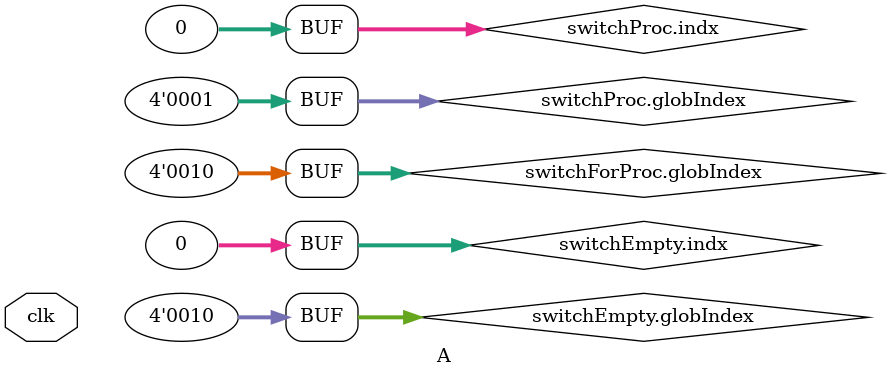
<source format=sv>

module A // "mod"
(
    input logic clk
);

// Variables generated for SystemC signals

// Local parameters generated for C++ constants
localparam logic [31:0] domIndx0 = 1;
localparam logic [31:0] domIndx1 = 2;
localparam logic [31:0] DOMAIN_NUM = 2;

//------------------------------------------------------------------------------
// Method process: switchProc (test_const_keep_var2.cpp:41:5) 

always_comb 
begin : switchProc     // test_const_keep_var2.cpp:41:5
    integer indx;
    logic [3:0] globIndex;
    indx = 0;
    globIndex = 0;
    case (0)
    0 : begin
        globIndex = domIndx0;
    end
    endcase
end

//------------------------------------------------------------------------------
// Method process: switchForProc (test_const_keep_var2.cpp:59:5) 

always_comb 
begin : switchForProc     // test_const_keep_var2.cpp:59:5
    logic [3:0] globIndex;
    globIndex = 0;
    for (integer i = 0; i < DOMAIN_NUM; i++)
    begin
        case (i)
        0 : begin
            globIndex = domIndx0;
        end
        1 : begin
            globIndex = domIndx1;
        end
        endcase
    end
end

//------------------------------------------------------------------------------
// Method process: switchEmpty (test_const_keep_var2.cpp:80:5) 

always_comb 
begin : switchEmpty     // test_const_keep_var2.cpp:80:5
    integer indx;
    logic [3:0] globIndex;
    indx = 0;
    globIndex = 0;
    case (0)
    0 : begin  // Empty case without break
        globIndex = domIndx1;
    end
    1 : begin  // Empty case without break
        globIndex = domIndx1;
    end
    2 : begin
        globIndex = domIndx1;
    end
    endcase
end

endmodule



</source>
